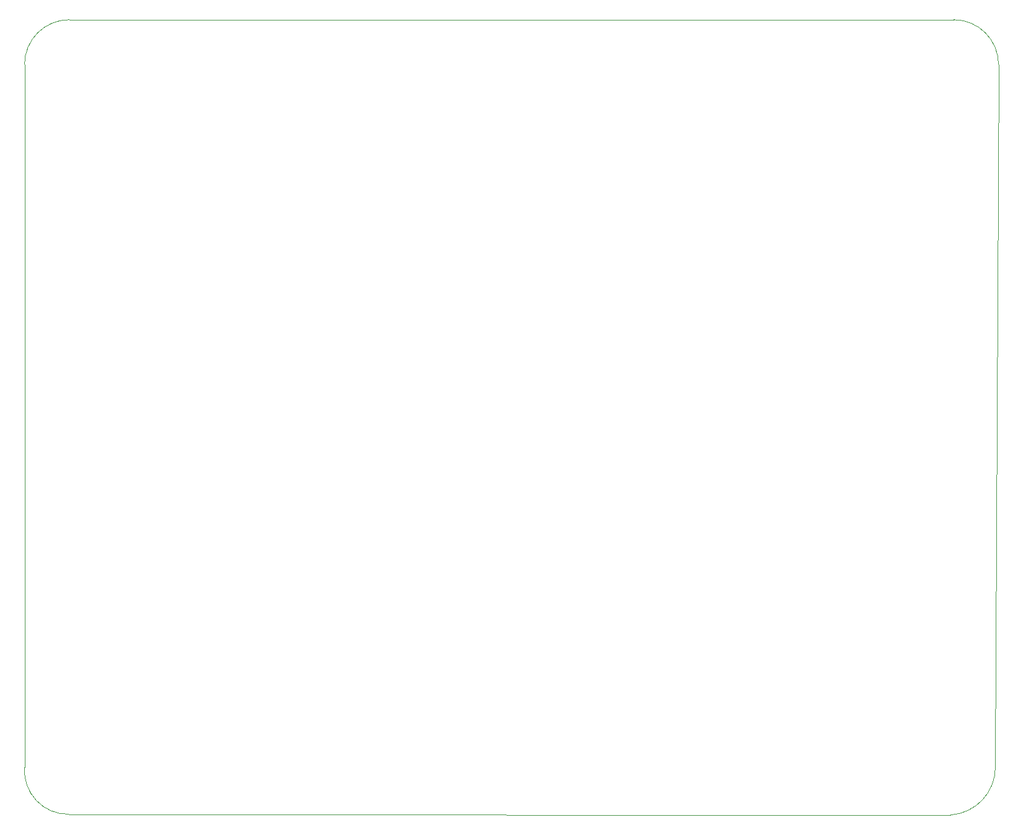
<source format=gbr>
%TF.GenerationSoftware,KiCad,Pcbnew,6.0.11-2627ca5db0~126~ubuntu20.04.1*%
%TF.CreationDate,2023-05-10T16:13:11+05:30*%
%TF.ProjectId,MVCU_F407,4d564355-5f46-4343-9037-2e6b69636164,rev?*%
%TF.SameCoordinates,Original*%
%TF.FileFunction,Profile,NP*%
%FSLAX46Y46*%
G04 Gerber Fmt 4.6, Leading zero omitted, Abs format (unit mm)*
G04 Created by KiCad (PCBNEW 6.0.11-2627ca5db0~126~ubuntu20.04.1) date 2023-05-10 16:13:11*
%MOMM*%
%LPD*%
G01*
G04 APERTURE LIST*
%TA.AperFunction,Profile*%
%ADD10C,0.050000*%
%TD*%
G04 APERTURE END LIST*
D10*
X66808000Y-34332000D02*
X187458000Y-34332000D01*
X193554000Y-40428000D02*
X193125000Y-136200000D01*
X66808000Y-34332000D02*
G75*
G03*
X60712000Y-40428000I0J-6096000D01*
G01*
X60725020Y-136200002D02*
G75*
G03*
X66725000Y-142600000I5903680J-477798D01*
G01*
X60725000Y-136200000D02*
X60712000Y-40428000D01*
X193554000Y-40428000D02*
G75*
G03*
X187458000Y-34332000I-6096000J0D01*
G01*
X187025000Y-142700000D02*
X66725000Y-142600000D01*
X187024999Y-142699986D02*
G75*
G03*
X193125000Y-136200000I-413099J6499986D01*
G01*
M02*

</source>
